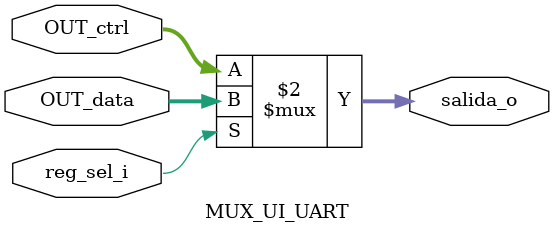
<source format=v>
`timescale 1ns / 1ps

module MUX_UI_UART #(parameter Palabra=32)(
    input wire [Palabra:0] OUT_ctrl,  // Entrada 1
    input wire [Palabra:0] OUT_data,  // Entrada 2
    input wire reg_sel_i,              // Línea de selección
    output wire [Palabra:0] salida_o  // Salida
);

    // Selección entre las dos entradas
    assign salida_o = (reg_sel_i == 1'b0) ? OUT_ctrl : OUT_data;

endmodule
</source>
